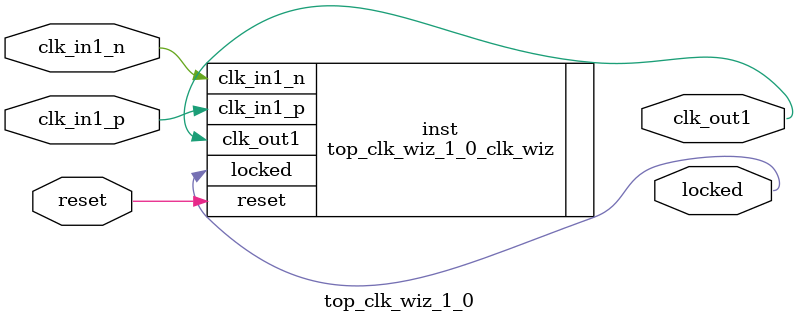
<source format=v>


`timescale 1ps/1ps

(* CORE_GENERATION_INFO = "top_clk_wiz_1_0,clk_wiz_v6_0_8_0_0,{component_name=top_clk_wiz_1_0,use_phase_alignment=false,use_min_o_jitter=false,use_max_i_jitter=false,use_dyn_phase_shift=false,use_inclk_switchover=false,use_dyn_reconfig=false,enable_axi=0,feedback_source=FDBK_AUTO,PRIMITIVE=MMCM,num_out_clk=1,clkin1_period=8.000,clkin2_period=10.000,use_power_down=false,use_reset=true,use_locked=true,use_inclk_stopped=false,feedback_type=SINGLE,CLOCK_MGR_TYPE=NA,manual_override=false}" *)

module top_clk_wiz_1_0 
 (
  // Clock out ports
  output        clk_out1,
  // Status and control signals
  input         reset,
  output        locked,
 // Clock in ports
  input         clk_in1_p,
  input         clk_in1_n
 );

  top_clk_wiz_1_0_clk_wiz inst
  (
  // Clock out ports  
  .clk_out1(clk_out1),
  // Status and control signals               
  .reset(reset), 
  .locked(locked),
 // Clock in ports
  .clk_in1_p(clk_in1_p),
  .clk_in1_n(clk_in1_n)
  );

endmodule

</source>
